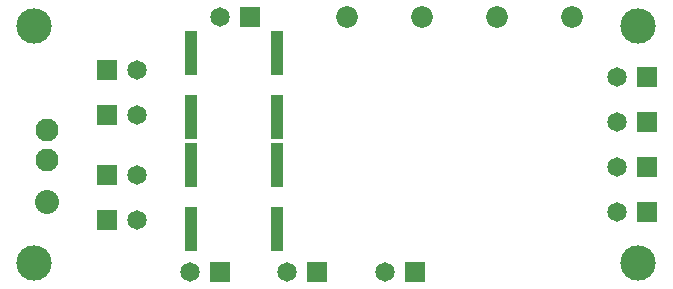
<source format=gbs>
G04 Layer_Color=16711935*
%FSLAX24Y24*%
%MOIN*%
G70*
G01*
G75*
%ADD51R,0.0651X0.0651*%
%ADD52C,0.0651*%
%ADD53C,0.0721*%
%ADD54C,0.0769*%
%ADD55C,0.0060*%
%ADD56C,0.0800*%
%ADD57C,0.1175*%
%ADD58R,0.0418X0.1493*%
D51*
X20500Y23500D02*
D03*
X15750Y20250D02*
D03*
X33750Y18500D02*
D03*
X15750Y16750D02*
D03*
Y18250D02*
D03*
X22750Y15000D02*
D03*
X19500D02*
D03*
X33750Y17000D02*
D03*
Y20000D02*
D03*
X15750Y21750D02*
D03*
X26000Y15000D02*
D03*
X33750Y21500D02*
D03*
D52*
X19500Y23500D02*
D03*
X16750Y20250D02*
D03*
X32750Y18500D02*
D03*
X16750Y16750D02*
D03*
Y18250D02*
D03*
X21750Y15000D02*
D03*
X18500D02*
D03*
X32750Y17000D02*
D03*
Y20000D02*
D03*
X16750Y21750D02*
D03*
X25000Y15000D02*
D03*
X32750Y21500D02*
D03*
D53*
X31250Y23500D02*
D03*
X23750D02*
D03*
X28750D02*
D03*
X26250D02*
D03*
D54*
X13750Y19750D02*
D03*
Y18750D02*
D03*
D55*
X12750Y19750D02*
D03*
Y18750D02*
D03*
D56*
X13750Y17350D02*
D03*
D57*
X33450Y15300D02*
D03*
Y23200D02*
D03*
X13300Y15300D02*
D03*
Y23200D02*
D03*
D58*
X18550Y20187D02*
D03*
Y22313D02*
D03*
X21400Y20187D02*
D03*
Y22313D02*
D03*
X18550Y18563D02*
D03*
Y16437D02*
D03*
X21400Y18563D02*
D03*
Y16437D02*
D03*
M02*

</source>
